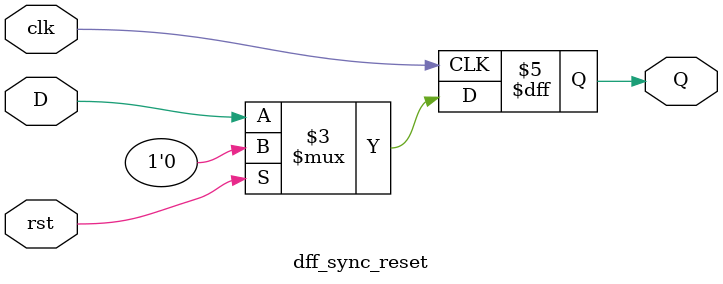
<source format=v>
module dff_sync_reset (
    input  clk,
    input  rst,
    input  D,
    output reg Q
);
    // TODO: Implement the D flip-flop with synchronous reset behavior here
    always @(posedge clk) begin
        if (rst)
            Q <= 1'b0;   // synchronous reset
        else
            Q <= D;      // latch D on rising edge
    end

endmodule
</source>
